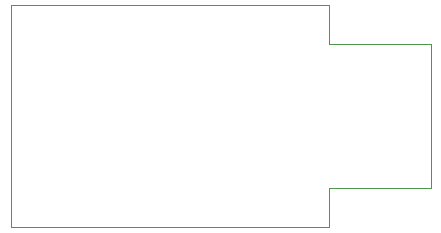
<source format=gbr>
%MOIN*%
%LPD*%
%FSLAX66Y66*%
G01*
%ADD10C,0.001*%
D10*
X0050033Y0050060D02*
X0050033Y0789943D01*
X1110743Y0789943D01*
X1110743Y0659788D01*
X1449970Y0659788D01*
X1449970Y0181216D01*
X1110743Y0181216D01*
X1110743Y0050060D01*
X0050033Y0050060D01*
X0050033Y0050060D01*
M02*

</source>
